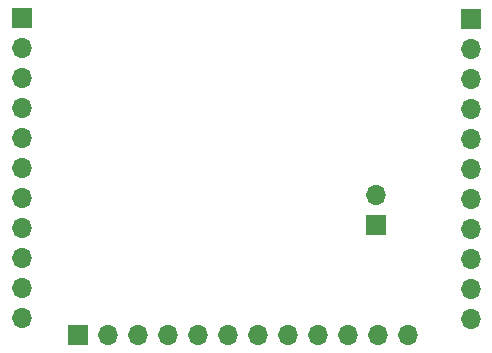
<source format=gbr>
%TF.GenerationSoftware,KiCad,Pcbnew,8.0.1*%
%TF.CreationDate,2024-04-24T16:47:31+07:00*%
%TF.ProjectId,holyiot-21043-nrf52810,686f6c79-696f-4742-9d32-313034332d6e,rev?*%
%TF.SameCoordinates,Original*%
%TF.FileFunction,Soldermask,Bot*%
%TF.FilePolarity,Negative*%
%FSLAX46Y46*%
G04 Gerber Fmt 4.6, Leading zero omitted, Abs format (unit mm)*
G04 Created by KiCad (PCBNEW 8.0.1) date 2024-04-24 16:47:31*
%MOMM*%
%LPD*%
G01*
G04 APERTURE LIST*
%ADD10R,1.700000X1.700000*%
%ADD11O,1.700000X1.700000*%
G04 APERTURE END LIST*
D10*
%TO.C,J1*%
X162000000Y-101300000D03*
D11*
X162000000Y-103840000D03*
X162000000Y-106380000D03*
X162000000Y-108920000D03*
X162000000Y-111460000D03*
X162000000Y-114000000D03*
X162000000Y-116540000D03*
X162000000Y-119080000D03*
X162000000Y-121620000D03*
X162000000Y-124160000D03*
X162000000Y-126700000D03*
%TD*%
D10*
%TO.C,J4*%
X154000000Y-118740000D03*
D11*
X154000000Y-116200000D03*
%TD*%
D10*
%TO.C,J2*%
X124000000Y-101220000D03*
D11*
X124000000Y-103760000D03*
X124000000Y-106300000D03*
X124000000Y-108840000D03*
X124000000Y-111380000D03*
X124000000Y-113920000D03*
X124000000Y-116460000D03*
X124000000Y-119000000D03*
X124000000Y-121540000D03*
X124000000Y-124080000D03*
X124000000Y-126620000D03*
%TD*%
D10*
%TO.C,J3*%
X128760000Y-128000000D03*
D11*
X131300000Y-128000000D03*
X133840000Y-128000000D03*
X136380000Y-128000000D03*
X138920000Y-128000000D03*
X141460000Y-128000000D03*
X144000000Y-128000000D03*
X146540000Y-128000000D03*
X149080000Y-128000000D03*
X151620000Y-128000000D03*
X154160000Y-128000000D03*
X156700000Y-128000000D03*
%TD*%
M02*

</source>
